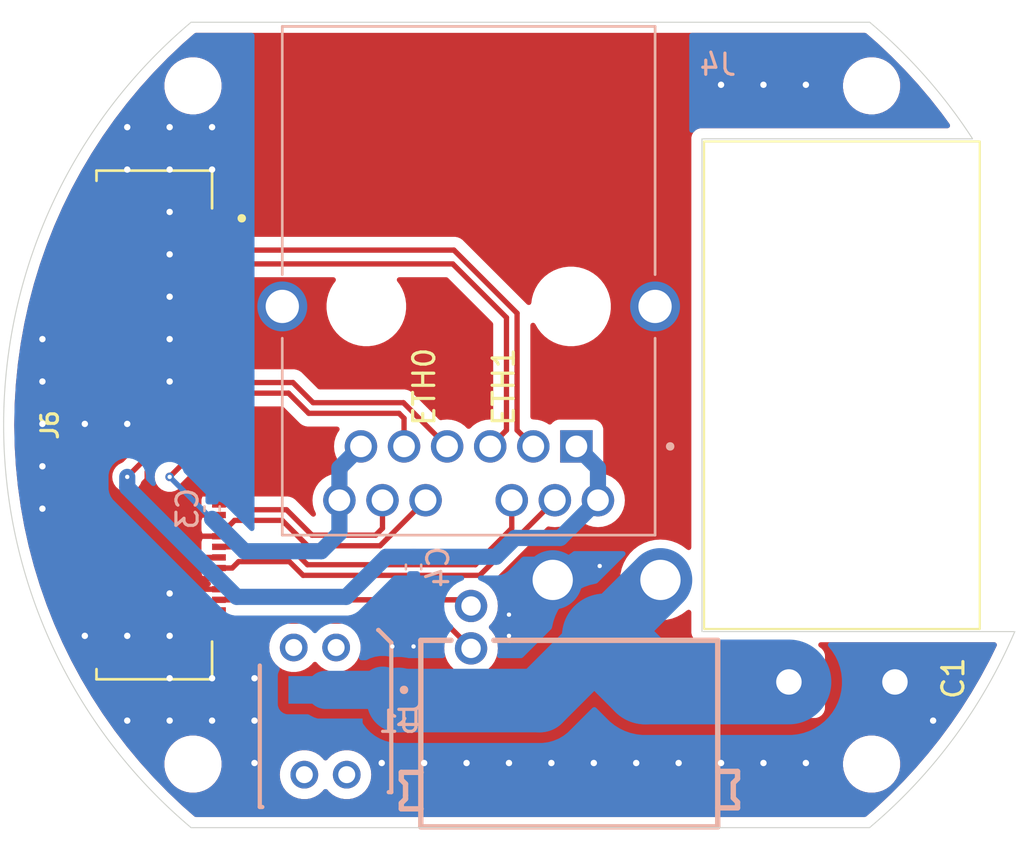
<source format=kicad_pcb>
(kicad_pcb (version 20240108) (generator "pcbnew") (generator_version "8.0")
  (layers (0 "F.Cu" signal "Front Layer") (31 "B.Cu" signal "Bottom Layer") (34 "B.Paste" user) (35 "F.Paste" user) (36 "B.SilkS" user "B.Silkscreen") (37 "F.SilkS" user "F.Silkscreen") (38 "B.Mask" user) (39 "F.Mask" user) (44 "Edge.Cuts" user))
  (net 0 "")
  (net 1 "DCBUS")
  (net 2 "GND")
  (net 3 "/ETH0_TX_N")
  (net 4 "/ETH1_CT1")
  (net 5 "/ETH0_RX_P")
  (net 6 "/ETH1_RX_P")
  (net 7 "/ETH1_TX_N")
  (net 8 "/ETH0_CT1")
  (net 9 "/ETH1_RX_N")
  (net 10 "/ETH0_RX_N")
  (net 11 "/ETH0_TX_P")
  (net 12 "/ETH1_TX_P")
  (net 13 "/CAN_L")
  (net 14 "/CAN_H")
  (footprint "MountingHole:MountingHole_2.2mm_M2" (layer "F.Cu") (at 166.1 84.05)
    (property "Reference" "H2" (hide yes))
    (property "Value" "MountingHole" (hide yes))
    (pad "" np_thru_hole circle (at 0 0) (size 2.2 2.2) (drill 2.2) (layers "*.Cu" "*.Mask"))
  )
  (footprint "FH41:HRS_FH41-40S-0.5SH_05_" (layer "F.Cu") (at 132.35 100.05 -90)
    (property "Reference" "J6" (at 0 5 90) (layer "F.SilkS") (effects (font (size 0.787402 0.787402))))
    (property "Value" "FH41-40S-0.5SH_05_")
    (fp_line (start -12 2.8) (end -11.52 2.8) (stroke (width 0.127)) (layer "F.SilkS"))
    (fp_line (start 11.52 2.8) (end 12 2.8) (stroke (width 0.127)) (layer "F.SilkS"))
    (fp_line (start 12 2.8) (end 12 -2.65) (stroke (width 0.127)) (layer "F.SilkS"))
    (fp_line (start -12 -2.65) (end -12 2.8) (stroke (width 0.127)) (layer "F.SilkS"))
    (fp_line (start -10.22 -2.65) (end -12 -2.65) (stroke (width 0.127)) (layer "F.SilkS"))
    (fp_line (start 12 -2.65) (end 10.22 -2.65) (stroke (width 0.127)) (layer "F.SilkS"))
    (fp_circle (center -9.75 -4.05) (end -9.65 -4.05) (stroke (width 0.2)) (fill none) (layer "F.SilkS"))
    (pad "1" smd rect (at -9.75 -2.975 270) (size 0.3 0.65) (layers "F.Cu") (net 2 "GND"))
    (pad "2" smd rect (at -9.25 -2.975 270) (size 0.3 0.65) (layers "F.Cu") (net 2 "GND"))
    (pad "3" smd rect (at -8.75 -2.975 270) (size 0.3 0.65) (layers "F.Cu") (net 2 "GND"))
    (pad "4" smd rect (at -8.25 -2.975 270) (size 0.3 0.65) (layers "F.Cu") (net 9 "/ETH1_RX_N"))
    (pad "5" smd rect (at -7.75 -2.975 270) (size 0.3 0.65) (layers "F.Cu") (net 2 "GND"))
    (pad "6" smd rect (at -7.25 -2.975 270) (size 0.3 0.65) (layers "F.Cu") (net 6 "/ETH1_RX_P"))
    (pad "7" smd rect (at -6.75 -2.975 270) (size 0.3 0.65) (layers "F.Cu") (net 2 "GND"))
    (pad "8" smd rect (at -6.25 -2.975 270) (size 0.3 0.65) (layers "F.Cu") (net 2 "GND"))
    (pad "9" smd rect (at -5.75 -2.975 270) (size 0.3 0.65) (layers "F.Cu") (net 2 "GND"))
    (pad "10" smd rect (at -5.25 -2.975 270) (size 0.3 0.65) (layers "F.Cu") (net 2 "GND"))
    (pad "11" smd rect (at -4.75 -2.975 270) (size 0.3 0.65) (layers "F.Cu") (net 2 "GND"))
    (pad "12" smd rect (at -4.25 -2.975 270) (size 0.3 0.65) (layers "F.Cu") (net 2 "GND"))
    (pad "13" smd rect (at -3.75 -2.975 270) (size 0.3 0.65) (layers "F.Cu") (net 2 "GND"))
    (pad "14" smd rect (at -3.25 -2.975 270) (size 0.3 0.65) (layers "F.Cu") (net 2 "GND"))
    (pad "15" smd rect (at -2.75 -2.975 270) (size 0.3 0.65) (layers "F.Cu") (net 2 "GND"))
    (pad "16" smd rect (at -2.25 -2.975 270) (size 0.3 0.65) (layers "F.Cu") (net 11 "/ETH0_TX_P"))
    (pad "17" smd rect (at -1.75 -2.975 270) (size 0.3 0.65) (layers "F.Cu") (net 2 "GND"))
    (pad "18" smd rect (at -1.25 -2.975 270) (size 0.3 0.65) (layers "F.Cu") (net 3 "/ETH0_TX_N"))
    (pad "19" smd rect (at -0.75 -2.975 270) (size 0.3 0.65) (layers "F.Cu") (net 2 "GND"))
    (pad "20" smd rect (at -0.25 -2.975 270) (size 0.3 0.65) (layers "F.Cu") (net 2 "GND"))
    (pad "21" smd rect (at 0.25 -2.975 270) (size 0.3 0.65) (layers "F.Cu") (net 2 "GND"))
    (pad "22" smd rect (at 0.75 -2.975 270) (size 0.3 0.65) (layers "F.Cu") (net 4 "/ETH1_CT1"))
    (pad "23" smd rect (at 1.25 -2.975 270) (size 0.3 0.65) (layers "F.Cu") (net 2 "GND"))
    (pad "24" smd rect (at 1.75 -2.975 270) (size 0.3 0.65) (layers "F.Cu") (net 8 "/ETH0_CT1"))
    (pad "25" smd rect (at 2.25 -2.975 270) (size 0.3 0.65) (layers "F.Cu") (net 2 "GND"))
    (pad "26" smd rect (at 2.75 -2.975 270) (size 0.3 0.65) (layers "F.Cu") (net 2 "GND"))
    (pad "27" smd rect (at 3.25 -2.975 270) (size 0.3 0.65) (layers "F.Cu") (net 2 "GND"))
    (pad "28" smd rect (at 3.75 -2.975 270) (size 0.3 0.65) (layers "F.Cu") (net 5 "/ETH0_RX_P"))
    (pad "29" smd rect (at 4.25 -2.975 270) (size 0.3 0.65) (layers "F.Cu") (net 2 "GND"))
    (pad "30" smd rect (at 4.75 -2.975 270) (size 0.3 0.65) (layers "F.Cu") (net 10 "/ETH0_RX_N"))
    (pad "31" smd rect (at 5.25 -2.975 270) (size 0.3 0.65) (layers "F.Cu") (net 2 "GND"))
    (pad "32" smd rect (at 5.75 -2.975 270) (size 0.3 0.65) (layers "F.Cu") (net 7 "/ETH1_TX_N"))
    (pad "33" smd rect (at 6.25 -2.975 270) (size 0.3 0.65) (layers "F.Cu") (net 2 "GND"))
    (pad "34" smd rect (at 6.75 -2.975 270) (size 0.3 0.65) (layers "F.Cu") (net 12 "/ETH1_TX_P"))
    (pad "35" smd rect (at 7.25 -2.975 270) (size 0.3 0.65) (layers "F.Cu") (net 2 "GND"))
    (pad "36" smd rect (at 7.75 -2.975 270) (size 0.3 0.65) (layers "F.Cu") (net 2 "GND"))
    (pad "37" smd rect (at 8.25 -2.975 270) (size 0.3 0.65) (layers "F.Cu") (net 14 "/CAN_H"))
    (pad "38" smd rect (at 8.75 -2.975 270) (size 0.3 0.65) (layers "F.Cu") (net 2 "GND"))
    (pad "39" smd rect (at 9.25 -2.975 270) (size 0.3 0.65) (layers "F.Cu") (net 13 "/CAN_L"))
    (pad "40" smd rect (at 9.75 -2.975 270) (size 0.3 0.65) (layers "F.Cu") (net 2 "GND"))
    (pad "41" smd rect (at -8.75 2.7 270) (size 0.3 1.2) (layers "F.Cu" "F.Mask") (net 2 "GND"))
    (pad "42" smd rect (at -6.25 2.7 270) (size 0.3 1.2) (layers "F.Cu" "F.Mask") (net 2 "GND"))
    (pad "43" smd rect (at -3.75 2.7 270) (size 0.3 1.2) (layers "F.Cu" "F.Mask") (net 2 "GND"))
    (pad "44" smd rect (at -1.25 2.7 270) (size 0.3 1.2) (layers "F.Cu" "F.Mask") (net 2 "GND"))
    (pad "45" smd rect (at 1.25 2.7 270) (size 0.3 1.2) (layers "F.Cu" "F.Mask") (net 2 "GND"))
    (pad "46" smd rect (at 3.75 2.7 270) (size 0.3 1.2) (layers "F.Cu" "F.Mask") (net 2 "GND"))
    (pad "47" smd rect (at 6.25 2.7 270) (size 0.3 1.2) (layers "F.Cu" "F.Mask") (net 2 "GND"))
    (pad "48" smd rect (at 8.75 2.7 270) (size 0.3 1.2) (layers "F.Cu" "F.Mask") (net 2 "GND"))
    (pad "49" smd rect (at -11 2.275 270) (size 0.4 1.55) (layers "F.Cu" "F.Paste" "F.Mask") (net 2 "GND"))
    (pad "50" smd rect (at 11 2.275 270) (size 0.4 1.55) (layers "F.Cu" "F.Paste" "F.Mask") (net 2 "GND"))
  )
  (footprint "MountingHole:MountingHole_2.2mm_M2" (layer "F.Cu") (at 134.1 84.05)
    (property "Reference" "H1" (hide yes))
    (property "Value" "MountingHole" (hide yes))
    (pad "" np_thru_hole circle (at 0 0) (size 2.2 2.2) (drill 2.2) (layers "*.Cu" "*.Mask"))
  )
  (footprint "MountingHole:MountingHole_2.2mm_M2" (layer "F.Cu") (at 134.1 116.05)
    (property "Reference" "H3" (hide yes))
    (property "Value" "MountingHole" (hide yes))
    (pad "" np_thru_hole circle (at 0 0) (size 2.2 2.2) (drill 2.2) (layers "*.Cu" "*.Mask"))
  )
  (footprint "Caps:CP_Radial_D13.0mm_P5.00mm-Horizontal" (layer "F.Cu") (at 164.7 112.175 90)
    (property "Reference" "C1" (at 0.175 5.25 90) (layer "F.SilkS"))
    (property "Value" "100V 330uF")
    (fp_rect (start 2.5 -6.5) (end 25.5 6.5) (stroke (width 0.1)) (fill none) (layer "F.SilkS"))
    (pad "1" thru_hole rect (at 0 -2.5 90) (size 2.4 2.4) (drill 1.2) (layers "*.Cu" "*.Mask") (net 1 "DCBUS"))
    (pad "2" thru_hole circle (at 0 2.5) (size 2.4 2.4) (drill 1.2) (layers "*.Cu" "*.Mask") (net 2 "GND"))
  )
  (footprint "MountingHole:MountingHole_2.2mm_M2" (layer "F.Cu") (at 166.1 116.05)
    (property "Reference" "H4" (hide yes))
    (property "Value" "MountingHole" (hide yes))
    (pad "" np_thru_hole circle (at 0 0) (size 2.2 2.2) (drill 2.2) (layers "*.Cu" "*.Mask"))
  )
  (footprint "Capacitor_SMD:C_0402_1005Metric" (layer "B.Cu") (at 144.5 106.75 90)
    (property "Reference" "C4" (at 0 1.16 90) (layer "B.SilkS") (effects (justify mirror)))
    (property "Value" "10pF")
    (fp_line (start 0.107836 -0.36) (end -0.107836 -0.36) (stroke (width 0.12)) (layer "B.SilkS"))
    (fp_line (start 0.107836 0.36) (end -0.107836 0.36) (stroke (width 0.12)) (layer "B.SilkS"))
    (pad "1" smd roundrect (at -0.48 0 90) (size 0.56 0.62) (layers "B.Cu" "B.Paste" "B.Mask") (net 2 "GND"))
    (pad "2" smd roundrect (at 0.48 0 90) (size 0.56 0.62) (layers "B.Cu" "B.Paste" "B.Mask") (net 4 "/ETH1_CT1"))
  )
  (footprint "Connector_AMASS:CONN-TH_4P-XT30PW-M" (layer "B.Cu") (at 151.6775 108.976 180)
    (property "Reference" "U1" (at 7.8275 -5.074 0) (layer "B.SilkS") (effects (justify mirror)))
    (property "Value" "~")
    (fp_line (start 7.755 -7.465) (end 6.82 -7.465) (stroke (width 0.254)) (layer "B.SilkS"))
    (fp_line (start 7.755 -7.8115) (end 7.755 -7.465) (stroke (width 0.254)) (layer "B.SilkS"))
    (fp_line (start 7.755 -8.9165) (end 7.555 -8.7165) (stroke (width 0.254)) (layer "B.SilkS"))
    (fp_line (start 7.755 -9.1865) (end 7.755 -8.9165) (stroke (width 0.254)) (layer "B.SilkS"))
    (fp_line (start 7.555 -8.0115) (end 7.755 -7.8115) (stroke (width 0.254)) (layer "B.SilkS"))
    (fp_line (start 7.555 -8.5515) (end 7.555 -8.0115) (stroke (width 0.254)) (layer "B.SilkS"))
    (fp_line (start 7.555 -8.7165) (end 7.555 -8.5515) (stroke (width 0.254)) (layer "B.SilkS"))
    (fp_line (start 6.8345 -10.036) (end 6.8345 -1.235) (stroke (width 0.254)) (layer "B.SilkS"))
    (fp_line (start 6.82 -9.1865) (end 7.755 -9.1865) (stroke (width 0.254)) (layer "B.SilkS"))
    (fp_line (start 5.4115 -1.235) (end 6.8345 -1.235) (stroke (width 0.254)) (layer "B.SilkS"))
    (fp_line (start 3.3885 -1.235) (end 2.6385 -1.235) (stroke (width 0.254)) (layer "B.SilkS"))
    (fp_line (start -7.155 -1.235) (end 2.6385 -1.235) (stroke (width 0.254)) (layer "B.SilkS"))
    (fp_line (start -7.165 -9.14) (end -8.1 -9.14) (stroke (width 0.254)) (layer "B.SilkS"))
    (fp_line (start -7.166 -1.235) (end -7.166 -10.036) (stroke (width 0.254)) (layer "B.SilkS"))
    (fp_line (start -7.166 -10.036) (end 6.8345 -10.036) (stroke (width 0.254)) (layer "B.SilkS"))
    (fp_line (start -7.9 -7.965) (end -8.1 -7.765) (stroke (width 0.254)) (layer "B.SilkS"))
    (fp_line (start -7.9 -8.505) (end -7.9 -7.965) (stroke (width 0.254)) (layer "B.SilkS"))
    (fp_line (start -7.9 -8.67) (end -7.9 -8.505) (stroke (width 0.254)) (layer "B.SilkS"))
    (fp_line (start -8.1 -7.4185) (end -7.165 -7.4185) (stroke (width 0.254)) (layer "B.SilkS"))
    (fp_line (start -8.1 -7.765) (end -8.1 -7.4185) (stroke (width 0.254)) (layer "B.SilkS"))
    (fp_line (start -8.1 -8.87) (end -7.9 -8.67) (stroke (width 0.254)) (layer "B.SilkS"))
    (fp_line (start -8.1 -9.14) (end -8.1 -8.87) (stroke (width 0.254)) (layer "B.SilkS"))
    (pad "1" thru_hole circle (at -4.465 1.615 180) (size 2.8 2.8) (drill 1.9) (layers "*.Cu" "*.Mask") (net 1 "DCBUS"))
    (pad "2" thru_hole circle (at 0.615 1.615 180) (size 2.8 2.8) (drill 1.9) (layers "*.Cu" "*.Mask") (net 2 "GND"))
    (pad "3" thru_hole circle (at 4.465 0.385 180) (size 1.524 1.524) (drill 0.9145) (layers "*.Cu" "*.Mask") (net 14 "/CAN_H"))
    (pad "4" thru_hole circle (at 4.465 -1.615 180) (size 1.524 1.524) (drill 0.9145) (layers "*.Cu" "*.Mask") (net 13 "/CAN_L"))
  )
  (footprint "RJ45:BEL_L8AL-1X1T-32A" (layer "B.Cu") (at 147.1 94.4575 180)
    (property "Reference" "J4" (at -11.75 11.4075 0) (layer "B.SilkS") (effects (justify mirror)))
    (property "Value" "DNP")
    (fp_line (start 8.79 13.21) (end 8.79 1.5) (stroke (width 0.127)) (layer "B.SilkS"))
    (fp_line (start 8.79 13.21) (end -8.79 13.21) (stroke (width 0.127)) (layer "B.SilkS"))
    (fp_line (start 8.79 -1.5) (end 8.79 -10.79) (stroke (width 0.127)) (layer "B.SilkS"))
    (fp_line (start 8.79 -10.79) (end -8.79 -10.79) (stroke (width 0.127)) (layer "B.SilkS"))
    (fp_line (start -8.79 13.21) (end -8.79 1.5) (stroke (width 0.127)) (layer "B.SilkS"))
    (fp_line (start -8.79 -1.5) (end -8.79 -10.79) (stroke (width 0.127)) (layer "B.SilkS"))
    (fp_circle (center -9.5 -6.604) (end -9.4 -6.604) (stroke (width 0.2)) (fill none) (layer "B.SilkS"))
    (pad "" np_thru_hole circle (at -4.826 0 180) (size 3.2512 3.2512) (drill 3.2512) (layers "*.Cu" "*.Mask"))
    (pad "" np_thru_hole circle (at 4.826 0 180) (size 3.2512 3.2512) (drill 3.2512) (layers "*.Cu" "*.Mask"))
    (pad "1" thru_hole rect (at -5.08 -6.604 180) (size 1.53 1.53) (drill 1.02) (layers "*.Cu" "*.Mask") (net 4 "/ETH1_CT1"))
    (pad "2" thru_hole circle (at -3.048 -6.604 180) (size 1.53 1.53) (drill 1.02) (layers "*.Cu" "*.Mask") (net 9 "/ETH1_RX_N"))
    (pad "3" thru_hole circle (at -1.016 -6.604 180) (size 1.53 1.53) (drill 1.02) (layers "*.Cu" "*.Mask") (net 6 "/ETH1_RX_P"))
    (pad "4" thru_hole circle (at 1.016 -6.604 180) (size 1.53 1.53) (drill 1.02) (layers "*.Cu" "*.Mask") (net 11 "/ETH0_TX_P"))
    (pad "5" thru_hole circle (at 3.048 -6.604 180) (size 1.53 1.53) (drill 1.02) (layers "*.Cu" "*.Mask") (net 3 "/ETH0_TX_N"))
    (pad "6" thru_hole circle (at 5.08 -6.604 180) (size 1.53 1.53) (drill 1.02) (layers "*.Cu" "*.Mask") (net 8 "/ETH0_CT1"))
    (pad "7" thru_hole circle (at -6.096 -9.144 180) (size 1.53 1.53) (drill 1.02) (layers "*.Cu" "*.Mask") (net 4 "/ETH1_CT1"))
    (pad "8" thru_hole circle (at -4.064 -9.144 180) (size 1.53 1.53) (drill 1.02) (layers "*.Cu" "*.Mask") (net 12 "/ETH1_TX_P"))
    (pad "9" thru_hole circle (at -2.032 -9.144 180) (size 1.53 1.53) (drill 1.02) (layers "*.Cu" "*.Mask") (net 7 "/ETH1_TX_N"))
    (pad "10" thru_hole circle (at 2.032 -9.144 180) (size 1.53 1.53) (drill 1.02) (layers "*.Cu" "*.Mask") (net 10 "/ETH0_RX_N"))
    (pad "11" thru_hole circle (at 4.064 -9.144 180) (size 1.53 1.53) (drill 1.02) (layers "*.Cu" "*.Mask") (net 5 "/ETH0_RX_P"))
    (pad "12" thru_hole circle (at 6.096 -9.144 180) (size 1.53 1.53) (drill 1.02) (layers "*.Cu" "*.Mask") (net 8 "/ETH0_CT1"))
    (pad "S1" thru_hole circle (at -8.7884 0 180) (size 2.355 2.355) (drill 1.57) (layers "*.Cu" "*.Mask") (net 2 "GND"))
    (pad "S2" thru_hole circle (at 8.7884 0 180) (size 2.355 2.355) (drill 1.57) (layers "*.Cu" "*.Mask") (net 2 "GND"))
    (zone (net 0) (net_name "") (layer "B.Cu") (connect_pads (clearance 0)) (min_thickness 0.01)
      (keepout (tracks not_allowed) (vias not_allowed) (pads not_allowed) (copperpour not_allowed) (footprints allowed))
      (fill (thermal_gap 0.508) (thermal_bridge_width 0.508))
      (polygon (pts (xy 148.495 102.8375) (xy 145.705 102.8375) (xy 145.705 105.6275) (xy 148.495 105.6275)))
    )
    (zone (net 0) (net_name "") (layer "B.Cu") (connect_pads (clearance 0)) (min_thickness 0.01)
      (keepout (tracks not_allowed) (vias not_allowed) (pads not_allowed) (copperpour not_allowed) (footprints allowed))
      (fill (thermal_gap 0.508) (thermal_bridge_width 0.508))
      (polygon (pts (xy 154.21 105.6275) (xy 154.21 84.2975) (xy 139.99 84.2975) (xy 139.99 105.6275) (xy 137.575 105.6275) (xy 137.575 81.2475) (xy 156.625 81.2475) (xy 156.625 105.6275)))
    )
  )
  (footprint "UMPS:SAMTEC_UMPS-02-03.5-G-V-S-W-TR" (layer "B.Cu") (at 140.35 113.55 -90)
    (property "Reference" "J1" (at 0.25 -4 90) (layer "B.SilkS") (effects (justify mirror)))
    (property "Value" "UMPS-02-03.5-G-V-S-W-TR" (hide yes))
    (fp_line (start -2.15 3.1) (end 4.525 3.1) (stroke (width 0.2)) (layer "B.SilkS"))
    (fp_line (start 4.525 3.1) (end 4.525 2.98) (stroke (width 0.2)) (layer "B.SilkS"))
    (fp_line (start -3.825 -2.5) (end -3.825 -2.48) (stroke (width 0.2)) (layer "B.SilkS"))
    (fp_line (start 3.825 -2.98) (end 3.825 -3.1) (stroke (width 0.2)) (layer "B.SilkS"))
    (fp_line (start -3.225 -3.1) (end -3.825 -2.5) (stroke (width 0.2)) (layer "B.SilkS"))
    (fp_line (start 3.825 -3.1) (end -3.225 -3.1) (stroke (width 0.2)) (layer "B.SilkS"))
    (fp_circle (center -1 -3.7) (end -0.9 -3.7) (stroke (width 0.2)) (fill none) (layer "B.SilkS"))
    (pad "01" smd rect (at -1 0 270) (size 1.3 3.5) (layers "B.Cu" "B.Paste" "B.Mask") (net 1 "DCBUS"))
    (pad "02" smd rect (at 1 0 270) (size 1.3 3.5) (layers "B.Cu" "B.Paste" "B.Mask") (net 2 "GND"))
    (pad "S1" thru_hole circle (at -3 1.5 270) (size 1.308 1.308) (drill 0.8) (layers "*.Cu" "*.Mask"))
    (pad "S2" thru_hole circle (at 3 1 270) (size 1.308 1.308) (drill 0.8) (layers "*.Cu" "*.Mask"))
    (pad "S3" thru_hole circle (at -3 -0.5 270) (size 1.308 1.308) (drill 0.8) (layers "*.Cu" "*.Mask"))
    (pad "S4" thru_hole circle (at 3 -1 270) (size 1.308 1.308) (drill 0.8) (layers "*.Cu" "*.Mask"))
  )
  (footprint "Capacitor_SMD:C_0402_1005Metric" (layer "B.Cu") (at 135 104 -90)
    (property "Reference" "C3" (at 0 1.16 90) (layer "B.SilkS") (effects (justify mirror)))
    (property "Value" "10pF")
    (fp_line (start 0.107836 0.36) (end -0.107836 0.36) (stroke (width 0.12)) (layer "B.SilkS"))
    (fp_line (start 0.107836 -0.36) (end -0.107836 -0.36) (stroke (width 0.12)) (layer "B.SilkS"))
    (pad "1" smd roundrect (at -0.48 0 270) (size 0.56 0.62) (layers "B.Cu" "B.Paste" "B.Mask") (net 2 "GND"))
    (pad "2" smd roundrect (at 0.48 0 270) (size 0.56 0.62) (layers "B.Cu" "B.Paste" "B.Mask") (net 8 "/ETH0_CT1"))
  )
  (gr_line (start 158.1 109.8) (end 172.85 109.8) (stroke (width 0.05)) (layer "Edge.Cuts"))
  (gr_line (start 134.010517 81.050001) (end 166.010517 81.050001) (stroke (width 0.05)) (layer "Edge.Cuts"))
  (gr_line (start 170.85 86.55) (end 158.1 86.55) (stroke (width 0.05)) (layer "Edge.Cuts"))
  (gr_arc (start 134.010517 119.049999) (mid 125.171032 100.05) (end 134.010517 81.050001) (stroke (width 0.05)) (layer "Edge.Cuts"))
  (gr_line (start 158.1 86.55) (end 158.1 109.8) (stroke (width 0.05)) (layer "Edge.Cuts"))
  (gr_arc (start 166.010516 81.050002) (mid 168.637882 83.617762) (end 170.857787 86.544955) (stroke (width 0.05)) (layer "Edge.Cuts"))
  (gr_arc (start 172.85 109.8) (mid 169.971059 114.824444) (end 166.006776 119.045557) (stroke (width 0.05)) (layer "Edge.Cuts"))
  (gr_line (start 134.010517 119.049999) (end 166.010517 119.049999) (stroke (width 0.05)) (layer "Edge.Cuts"))
  (gr_text "ETH1" (at 148.75 98.25 90) (layer "F.SilkS") (effects (font (size 1 1))))
  (gr_text "ETH0" (at 145 98.25 90) (layer "F.SilkS") (effects (font (size 1 1))))
  (segment (start 140.35 112.55) (end 143.05 112.55) (width 1.8) (layer "B.Cu") (net 1))
  (segment (start 143.05 112.55) (end 143.5 113) (width 2.2) (layer "B.Cu") (net 1))
  (segment (start 153.50175 110.25175) (end 153.50175 110.012919) (width 4) (layer "B.Cu") (net 1))
  (segment (start 150.4505 113.053) (end 143.8 113.053) (width 3) (layer "B.Cu") (net 1))
  (segment (start 153.50175 110.012919) (end 153.507335 110.007334) (width 4) (layer "B.Cu") (net 1))
  (segment (start 162.2 112.175) (end 155.425 112.175) (width 4) (layer "B.Cu") (net 1))
  (segment (start 143.8 113.053) (end 143.8 113) (width 3) (layer "B.Cu") (net 1))
  (segment (start 156.1425 107.361) (end 150.4505 113.053) (width 3) (layer "B.Cu") (net 1))
  (segment (start 155.425 112.175) (end 153.50175 110.25175) (width 4) (layer "B.Cu") (net 1))
  (segment (start 132.91002 101.3) (end 131.9414 102.26862) (width 0.254) (layer "F.Cu") (net 2))
  (segment (start 135.325 91.3) (end 134.2 91.3) (width 0.254) (layer "F.Cu") (net 2))
  (segment (start 135.325 98.3) (end 134.2 98.3) (width 0.254) (layer "F.Cu") (net 2))
  (segment (start 135.325 108.8) (end 134.2 108.8) (width 0.254) (layer "F.Cu") (net 2))
  (segment (start 134.3 102.3) (end 134.2 102.3) (width 0.254) (layer "F.Cu") (net 2))
  (segment (start 135.325 101.3) (end 134.2 101.3) (width 0.254) (layer "F.Cu") (net 2))
  (segment (start 135.325 106.3) (end 134.2 106.3) (width 0.254) (layer "F.Cu") (net 2))
  (segment (start 135.325 109.8) (end 134.2 109.8) (width 0.254) (layer "F.Cu") (net 2))
  (segment (start 134.2 101.3) (end 132.91002 101.3) (width 0.254) (layer "F.Cu") (net 2))
  (segment (start 135.325 104.3) (end 134.2 104.3) (width 0.254) (layer "F.Cu") (net 2))
  (segment (start 135.325 97.3) (end 134.2 97.3) (width 0.254) (layer "F.Cu") (net 2))
  (segment (start 135.325 100.3) (end 134.2 100.3) (width 0.254) (layer "F.Cu") (net 2))
  (segment (start 134 100.1) (end 133.5 99.6) (width 0.254) (layer "F.Cu") (net 2))
  (segment (start 135.325 103.3) (end 134.2 103.3) (width 0.254) (layer "F.Cu") (net 2))
  (segment (start 135.325 99.3) (end 134.3 99.3) (width 0.254) (layer "F.Cu") (net 2))
  (segment (start 135.325 107.8) (end 134.2 107.8) (width 0.254) (layer "F.Cu") (net 2))
  (segment (start 134.2 100.3) (end 134 100.1) (width 0.254) (layer "F.Cu") (net 2))
  (segment (start 135.325 92.3) (end 134.2 92.3) (width 0.254) (layer "F.Cu") (net 2))
  (segment (start 134.2 102.3) (end 133.5 103) (width 0.254) (layer "F.Cu") (net 2))
  (segment (start 135.325 102.3) (end 134.3 102.3) (width 0.254) (layer "F.Cu") (net 2))
  (segment (start 135.325 93.3) (end 134.3 93.3) (width 0.254) (layer "F.Cu") (net 2))
  (segment (start 135.325 105.3) (end 134.2 105.3) (width 0.254) (layer "F.Cu") (net 2))
  (segment (start 135.325 107.3) (end 134.2 107.3) (width 0.254) (layer "F.Cu") (net 2))
  (segment (start 131.9414 102.26862) (end 131.9414 103.4414) (width 0.254) (layer "F.Cu") (net 2))
  (via (at 151 116) (size 0.6) (drill 0.3) (layers "F.Cu" "B.Cu") (net 2))
  (via (at 133 108) (size 0.6) (drill 0.3) (layers "F.Cu" "B.Cu") (net 2))
  (via (at 149 116) (size 0.6) (drill 0.3) (layers "F.Cu" "B.Cu") (net 2))
  (via (at 133 96) (size 0.6) (drill 0.3) (layers "F.Cu" "B.Cu") (net 2))
  (via (at 147 116) (size 0.6) (drill 0.3) (layers "F.Cu" "B.Cu") (net 2))
  (via (at 157 116) (size 0.6) (drill 0.3) (layers "F.Cu" "B.Cu") (net 2))
  (via (at 161 116) (size 0.6) (drill 0.3) (layers "F.Cu" "B.Cu") (net 2))
  (via (at 127 102) (size 0.6) (drill 0.3) (layers "F.Cu" "B.Cu") (net 2))
  (via (at 149 109) (size 0.4064) (drill 0.2032) (layers "F.Cu" "B.Cu") (net 2))
  (via (at 159 84) (size 0.6) (drill 0.3) (layers "F.Cu" "B.Cu") (net 2))
  (via (at 149 110) (size 0.4064) (drill 0.2032) (layers "F.Cu" "B.Cu") (net 2))
  (via (at 133 114) (size 0.6) (drill 0.3) (layers "F.Cu" "B.Cu") (net 2))
  (via (at 135 112) (size 0.6) (drill 0.3) (layers "F.Cu" "B.Cu") (net 2))
  (via (at 137 114) (size 0.6) (drill 0.3) (layers "F.Cu" "B.Cu") (net 2))
  (via (at 131 110) (size 0.6) (drill 0.3) (layers "F.Cu" "B.Cu") (net 2))
  (via (at 133 88) (size 0.6) (drill 0.3) (layers "F.Cu" "B.Cu") (net 2))
  (via (at 143 116) (size 0.6) (drill 0.3) (layers "F.Cu" "B.Cu") (net 2))
  (via (at 131 88) (size 0.6) (drill 0.3) (layers "F.Cu" "B.Cu") (net 2))
  (via (at 131 86) (size 0.6) (drill 0.3) (layers "F.Cu" "B.Cu") (net 2))
  (via (at 169 114) (size 0.6) (drill 0.3) (layers "F.Cu" "B.Cu") (net 2))
  (via (at 129 100) (size 0.6) (drill 0.3) (layers "F.Cu" "B.Cu") (net 2))
  (via (at 137 116) (size 0.6) (drill 0.3) (layers "F.Cu" "B.Cu") (net 2))
  (via (at 127 104) (size 0.6) (drill 0.3) (layers "F.Cu" "B.Cu") (net 2))
  (via (at 135 114) (size 0.6) (drill 0.3) (layers "F.Cu" "B.Cu") (net 2))
  (via (at 135 86) (size 0.6) (drill 0.3) (layers "F.Cu" "B.Cu") (net 2))
  (via (at 163 84) (size 0.6) (drill 0.3) (layers "F.Cu" "B.Cu") (net 2))
  (via (at 133 112) (size 0.6) (drill 0.3) (layers "F.Cu" "B.Cu") (net 2))
  (via (at 159 116) (size 0.6) (drill 0.3) (layers "F.Cu" "B.Cu") (net 2))
  (via (at 133 90) (size 0.6) (drill 0.3) (layers "F.Cu" "B.Cu") (net 2))
  (via (at 161 84) (size 0.6) (drill 0.3) (layers "F.Cu" "B.Cu") (net 2))
  (via (at 129 110) (size 0.6) (drill 0.3) (layers "F.Cu" "B.Cu") (net 2))
  (via (at 133 94) (size 0.6) (drill 0.3) (layers "F.Cu" "B.Cu") (net 2))
  (via (at 153.277923 106.705059) (size 0.4064) (drill 0.2032) (layers "F.Cu" "B.Cu") (net 2))
  (via (at 127 100) (size 0.6) (drill 0.3) (layers "F.Cu" "B.Cu") (net 2))
  (via (at 131 114) (size 0.6) (drill 0.3) (layers "F.Cu" "B.Cu") (net 2))
  (via (at 153 116) (size 0.6) (drill 0.3) (layers "F.Cu" "B.Cu") (net 2))
  (via (at 137 112) (size 0.6) (drill 0.3) (layers "F.Cu" "B.Cu") (net 2))
  (via (at 133 98) (size 0.6) (drill 0.3) (layers "F.Cu" "B.Cu") (net 2))
  (via (at 145 116) (size 0.6) (drill 0.3) (layers "F.Cu" "B.Cu") (net 2))
  (via (at 133 92) (size 0.6) (drill 0.3) (layers "F.Cu" "B.Cu") (net 2))
  (via (at 155 116) (size 0.6) (drill 0.3) (layers "F.Cu" "B.Cu") (net 2))
  (via (at 131 100) (size 0.6) (drill 0.3) (layers "F.Cu" "B.Cu") (net 2))
  (via (at 133 110) (size 0.6) (drill 0.3) (layers "F.Cu" "B.Cu") (net 2))
  (via (at 133 86) (size 0.6) (drill 0.3) (layers "F.Cu" "B.Cu") (net 2))
  (via (at 144.5 110.5) (size 0.4064) (drill 0.2032) (layers "F.Cu" "B.Cu") (net 2))
  (via (at 143.5 110.5) (size 0.4064) (drill 0.2032) (layers "F.Cu" "B.Cu") (net 2))
  (via (at 127 96) (size 0.6) (drill 0.3) (layers "F.Cu" "B.Cu") (net 2))
  (via (at 163 116) (size 0.6) (drill 0.3) (layers "F.Cu" "B.Cu") (net 2))
  (via (at 127 98) (size 0.6) (drill 0.3) (layers "F.Cu" "B.Cu") (net 2))
  (via (at 135 88) (size 0.6) (drill 0.3) (layers "F.Cu" "B.Cu") (net 2))
  (segment (start 144.052 99.736607) (end 143.815393 99.5) (width 0.25) (layer "F.Cu") (net 3))
  (segment (start 139.55731 99.5) (end 138.60731 98.55) (width 0.25) (layer "F.Cu") (net 3))
  (segment (start 136.062501 98.55) (end 135.812501 98.8) (width 0.25) (layer "F.Cu") (net 3))
  (segment (start 135.812501 98.8) (end 135.325 98.8) (width 0.25) (layer "F.Cu") (net 3))
  (segment (start 138.60731 98.55) (end 136.062501 98.55) (width 0.25) (layer "F.Cu") (net 3))
  (segment (start 143.815393 99.5) (end 139.55731 99.5) (width 0.25) (layer "F.Cu") (net 3))
  (segment (start 144.052 101.0615) (end 144.052 99.736607) (width 0.25) (layer "F.Cu") (net 3))
  (segment (start 132.7 100.8) (end 131 102.5) (width 0.254) (layer "F.Cu") (net 4))
  (segment (start 135.325 100.8) (end 132.7 100.8) (width 0.254) (layer "F.Cu") (net 4))
  (via (at 131 102.5) (size 0.4064) (drill 0.2032) (layers "F.Cu" "B.Cu") (net 4))
  (segment (start 153.196 103.6015) (end 153.196 102.0775) (width 0.762) (layer "B.Cu") (net 4))
  (segment (start 153.196 102.0775) (end 152.18 101.0615) (width 0.762) (layer "B.Cu") (net 4))
  (segment (start 153.196 103.6015) (end 151.4175 105.38) (width 0.762) (layer "B.Cu") (net 4))
  (segment (start 148.391316 106.27) (end 144.5 106.27) (width 0.762) (layer "B.Cu") (net 4))
  (segment (start 149.281316 105.38) (end 148.391316 106.27) (width 0.762) (layer "B.Cu") (net 4))
  (segment (start 151.4175 105.38) (end 149.281316 105.38) (width 0.762) (layer "B.Cu") (net 4))
  (segment (start 136.161 108.161) (end 131 103) (width 0.762) (layer "B.Cu") (net 4))
  (segment (start 143.213528 106.27) (end 141.322528 108.161) (width 0.762) (layer "B.Cu") (net 4))
  (segment (start 141.322528 108.161) (end 136.161 108.161) (width 0.762) (layer "B.Cu") (net 4))
  (segment (start 144.5 106.27) (end 143.213528 106.27) (width 0.762) (layer "B.Cu") (net 4))
  (segment (start 131 103) (end 131 102.5) (width 0.762) (layer "B.Cu") (net 4))
  (segment (start 142.712393 105.25) (end 139.710262 105.25) (width 0.25) (layer "F.Cu") (net 5))
  (segment (start 136.062501 104.05) (end 135.812501 103.8) (width 0.25) (layer "F.Cu") (net 5))
  (segment (start 138.510262 104.05) (end 136.062501 104.05) (width 0.25) (layer "F.Cu") (net 5))
  (segment (start 139.710262 105.25) (end 138.510262 104.05) (width 0.25) (layer "F.Cu") (net 5))
  (segment (start 143.036 104.926393) (end 142.712393 105.25) (width 0.25) (layer "F.Cu") (net 5))
  (segment (start 143.036 103.6015) (end 143.036 104.926393) (width 0.25) (layer "F.Cu") (net 5))
  (segment (start 135.812501 103.8) (end 135.325 103.8) (width 0.25) (layer "F.Cu") (net 5))
  (segment (start 136.1221 92.4529) (end 135.775 92.8) (width 0.25) (layer "F.Cu") (net 6))
  (segment (start 135.775 92.8) (end 135.325 92.8) (width 0.25) (layer "F.Cu") (net 6))
  (segment (start 148.882 94.985554) (end 146.349346 92.4529) (width 0.25) (layer "F.Cu") (net 6))
  (segment (start 148.116 101.0615) (end 148.882 100.2955) (width 0.25) (layer "F.Cu") (net 6))
  (segment (start 148.882 100.2955) (end 148.882 94.985554) (width 0.25) (layer "F.Cu") (net 6))
  (segment (start 146.349346 92.4529) (end 136.1221 92.4529) (width 0.25) (layer "F.Cu") (net 6))
  (segment (start 136.05 105.8) (end 136.25 106) (width 0.25) (layer "F.Cu") (net 7))
  (segment (start 147.413553 106.64484) (end 149.132 104.926393) (width 0.25) (layer "F.Cu") (net 7))
  (segment (start 136.25 106) (end 138.853554 106) (width 0.25) (layer "F.Cu") (net 7))
  (segment (start 149.132 104.926393) (end 149.132 103.6015) (width 0.25) (layer "F.Cu") (net 7))
  (segment (start 139.498394 106.64484) (end 147.413553 106.64484) (width 0.25) (layer "F.Cu") (net 7))
  (segment (start 135.325 105.8) (end 136.05 105.8) (width 0.25) (layer "F.Cu") (net 7))
  (segment (start 138.853554 106) (end 139.498394 106.64484) (width 0.25) (layer "F.Cu") (net 7))
  (segment (start 135.325 101.8) (end 133.7 101.8) (width 0.25) (layer "F.Cu") (net 8))
  (segment (start 133.7 101.8) (end 133 102.5) (width 0.25) (layer "F.Cu") (net 8))
  (via (at 133 102.5) (size 0.4064) (drill 0.2032) (layers "F.Cu" "B.Cu") (net 8))
  (segment (start 141.004 103.6015) (end 141.004 105.152316) (width 0.762) (layer "B.Cu") (net 8))
  (segment (start 134.98 104.48) (end 135 104.48) (width 0.25) (layer "B.Cu") (net 8))
  (segment (start 141.004 102.0775) (end 142.02 101.0615) (width 0.762) (layer "B.Cu") (net 8))
  (segment (start 136.5285 106.0085) (end 135 104.48) (width 0.762) (layer "B.Cu") (net 8))
  (segment (start 133 102.5) (end 134.98 104.48) (width 0.25) (layer "B.Cu") (net 8))
  (segment (start 140.147816 106.0085) (end 136.5285 106.0085) (width 0.762) (layer "B.Cu") (net 8))
  (segment (start 141.004 105.152316) (end 140.147816 106.0085) (width 0.762) (layer "B.Cu") (net 8))
  (segment (start 141.004 103.6015) (end 141.004 102.0775) (width 0.762) (layer "B.Cu") (net 8))
  (segment (start 149.382 100.2955) (end 149.382 94.778446) (width 0.25) (layer "F.Cu") (net 9))
  (segment (start 149.382 94.778446) (end 146.403554 91.8) (width 0.25) (layer "F.Cu") (net 9))
  (segment (start 150.148 101.0615) (end 149.382 100.2955) (width 0.25) (layer "F.Cu") (net 9))
  (segment (start 146.403554 91.8) (end 135.325 91.8) (width 0.25) (layer "F.Cu") (net 9))
  (segment (start 136.062501 104.55) (end 135.812501 104.8) (width 0.25) (layer "F.Cu") (net 10))
  (segment (start 135.812501 104.8) (end 135.325 104.8) (width 0.25) (layer "F.Cu") (net 10))
  (segment (start 142.9195 105.75) (end 139.503154 105.75) (width 0.25) (layer "F.Cu") (net 10))
  (segment (start 139.503154 105.75) (end 138.303154 104.55) (width 0.25) (layer "F.Cu") (net 10))
  (segment (start 138.303154 104.55) (end 136.062501 104.55) (width 0.25) (layer "F.Cu") (net 10))
  (segment (start 145.068 103.6015) (end 142.9195 105.75) (width 0.25) (layer "F.Cu") (net 10))
  (segment (start 138.814418 98.05) (end 136.062501 98.05) (width 0.25) (layer "F.Cu") (net 11))
  (segment (start 146.084 101.0615) (end 144.0225 99) (width 0.25) (layer "F.Cu") (net 11))
  (segment (start 144.0225 99) (end 139.764418 99) (width 0.25) (layer "F.Cu") (net 11))
  (segment (start 139.764418 99) (end 138.814418 98.05) (width 0.25) (layer "F.Cu") (net 11))
  (segment (start 135.812501 97.8) (end 135.325 97.8) (width 0.25) (layer "F.Cu") (net 11))
  (segment (start 136.062501 98.05) (end 135.812501 97.8) (width 0.25) (layer "F.Cu") (net 11))
  (segment (start 135.325 106.8) (end 135.95 106.8) (width 0.25) (layer "F.Cu") (net 12))
  (segment (start 135.95 106.8) (end 136.25 106.5) (width 0.25) (layer "F.Cu") (net 12))
  (segment (start 138.646446 106.5) (end 139.291286 107.14484) (width 0.25) (layer "F.Cu") (net 12))
  (segment (start 136.25 106.5) (end 138.646446 106.5) (width 0.25) (layer "F.Cu") (net 12))
  (segment (start 139.291286 107.14484) (end 147.62066 107.14484) (width 0.25) (layer "F.Cu") (net 12))
  (segment (start 147.62066 107.14484) (end 151.164 103.6015) (width 0.25) (layer "F.Cu") (net 12))
  (segment (start 147.2125 110.591) (end 145.9215 109.3) (width 0.254) (layer "F.Cu") (net 13))
  (segment (start 145.9215 109.3) (end 135.325 109.3) (width 0.254) (layer "F.Cu") (net 13))
  (segment (start 146.9215 108.3) (end 147.2125 108.591) (width 0.254) (layer "F.Cu") (net 14))
  (segment (start 135.325 108.3) (end 146.9215 108.3) (width 0.254) (layer "F.Cu") (net 14))
  (zone (net 2) (net_name "GND") (layer "F.Cu") (connect_pads yes (clearance 0.5)) (min_thickness 0.25) (fill yes (thermal_gap 0.5) (thermal_bridge_width 0.5))
    (polygon (pts (xy 125 80) (xy 173 80) (xy 173 120) (xy 125 120)))
  )
  (zone (net 2) (net_name "GND") (layer "B.Cu") (priority 1) (connect_pads yes (clearance 0.5)) (min_thickness 0.25) (fill yes (thermal_gap 0.5) (thermal_bridge_width 0.5))
    (polygon (pts (xy 125 80) (xy 137 80) (xy 137 106) (xy 157.5 106) (xy 157.5 80) (xy 173 80) (xy 173 120) (xy 125 120)))
  )
)
</source>
